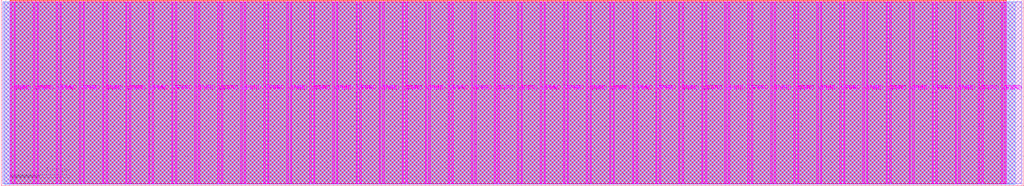
<source format=lef>
VERSION 5.7 ;
  NOWIREEXTENSIONATPIN ON ;
  DIVIDERCHAR "/" ;
  BUSBITCHARS "[]" ;
MACRO tt_um_corey
  CLASS BLOCK ;
  FOREIGN tt_um_corey ;
  ORIGIN 0.000 0.000 ;
  SIZE 1724.160 BY 313.740 ;
  PIN VGND
    DIRECTION INOUT ;
    USE GROUND ;
    PORT
      LAYER TopMetal1 ;
        RECT 21.580 3.150 23.780 310.180 ;
    END
    PORT
      LAYER TopMetal1 ;
        RECT 60.450 3.150 62.650 310.180 ;
    END
    PORT
      LAYER TopMetal1 ;
        RECT 99.320 3.150 101.520 310.180 ;
    END
    PORT
      LAYER TopMetal1 ;
        RECT 138.190 3.150 140.390 310.180 ;
    END
    PORT
      LAYER TopMetal1 ;
        RECT 177.060 3.150 179.260 310.180 ;
    END
    PORT
      LAYER TopMetal1 ;
        RECT 215.930 3.150 218.130 310.180 ;
    END
    PORT
      LAYER TopMetal1 ;
        RECT 254.800 3.150 257.000 310.180 ;
    END
    PORT
      LAYER TopMetal1 ;
        RECT 293.670 3.150 295.870 310.180 ;
    END
    PORT
      LAYER TopMetal1 ;
        RECT 332.540 3.150 334.740 310.180 ;
    END
    PORT
      LAYER TopMetal1 ;
        RECT 371.410 3.150 373.610 310.180 ;
    END
    PORT
      LAYER TopMetal1 ;
        RECT 410.280 3.150 412.480 310.180 ;
    END
    PORT
      LAYER TopMetal1 ;
        RECT 449.150 3.150 451.350 310.180 ;
    END
    PORT
      LAYER TopMetal1 ;
        RECT 488.020 3.150 490.220 310.180 ;
    END
    PORT
      LAYER TopMetal1 ;
        RECT 526.890 3.150 529.090 310.180 ;
    END
    PORT
      LAYER TopMetal1 ;
        RECT 565.760 3.150 567.960 310.180 ;
    END
    PORT
      LAYER TopMetal1 ;
        RECT 604.630 3.150 606.830 310.180 ;
    END
    PORT
      LAYER TopMetal1 ;
        RECT 643.500 3.150 645.700 310.180 ;
    END
    PORT
      LAYER TopMetal1 ;
        RECT 682.370 3.150 684.570 310.180 ;
    END
    PORT
      LAYER TopMetal1 ;
        RECT 721.240 3.150 723.440 310.180 ;
    END
    PORT
      LAYER TopMetal1 ;
        RECT 760.110 3.150 762.310 310.180 ;
    END
    PORT
      LAYER TopMetal1 ;
        RECT 798.980 3.150 801.180 310.180 ;
    END
    PORT
      LAYER TopMetal1 ;
        RECT 837.850 3.150 840.050 310.180 ;
    END
    PORT
      LAYER TopMetal1 ;
        RECT 876.720 3.150 878.920 310.180 ;
    END
    PORT
      LAYER TopMetal1 ;
        RECT 915.590 3.150 917.790 310.180 ;
    END
    PORT
      LAYER TopMetal1 ;
        RECT 954.460 3.150 956.660 310.180 ;
    END
    PORT
      LAYER TopMetal1 ;
        RECT 993.330 3.150 995.530 310.180 ;
    END
    PORT
      LAYER TopMetal1 ;
        RECT 1032.200 3.150 1034.400 310.180 ;
    END
    PORT
      LAYER TopMetal1 ;
        RECT 1071.070 3.150 1073.270 310.180 ;
    END
    PORT
      LAYER TopMetal1 ;
        RECT 1109.940 3.150 1112.140 310.180 ;
    END
    PORT
      LAYER TopMetal1 ;
        RECT 1148.810 3.150 1151.010 310.180 ;
    END
    PORT
      LAYER TopMetal1 ;
        RECT 1187.680 3.150 1189.880 310.180 ;
    END
    PORT
      LAYER TopMetal1 ;
        RECT 1226.550 3.150 1228.750 310.180 ;
    END
    PORT
      LAYER TopMetal1 ;
        RECT 1265.420 3.150 1267.620 310.180 ;
    END
    PORT
      LAYER TopMetal1 ;
        RECT 1304.290 3.150 1306.490 310.180 ;
    END
    PORT
      LAYER TopMetal1 ;
        RECT 1343.160 3.150 1345.360 310.180 ;
    END
    PORT
      LAYER TopMetal1 ;
        RECT 1382.030 3.150 1384.230 310.180 ;
    END
    PORT
      LAYER TopMetal1 ;
        RECT 1420.900 3.150 1423.100 310.180 ;
    END
    PORT
      LAYER TopMetal1 ;
        RECT 1459.770 3.150 1461.970 310.180 ;
    END
    PORT
      LAYER TopMetal1 ;
        RECT 1498.640 3.150 1500.840 310.180 ;
    END
    PORT
      LAYER TopMetal1 ;
        RECT 1537.510 3.150 1539.710 310.180 ;
    END
    PORT
      LAYER TopMetal1 ;
        RECT 1576.380 3.150 1578.580 310.180 ;
    END
    PORT
      LAYER TopMetal1 ;
        RECT 1615.250 3.150 1617.450 310.180 ;
    END
    PORT
      LAYER TopMetal1 ;
        RECT 1654.120 3.150 1656.320 310.180 ;
    END
    PORT
      LAYER TopMetal1 ;
        RECT 1692.990 3.150 1695.190 310.180 ;
    END
  END VGND
  PIN VPWR
    DIRECTION INOUT ;
    USE POWER ;
    PORT
      LAYER TopMetal1 ;
        RECT 15.380 3.560 17.580 310.590 ;
    END
    PORT
      LAYER TopMetal1 ;
        RECT 54.250 3.560 56.450 310.590 ;
    END
    PORT
      LAYER TopMetal1 ;
        RECT 93.120 3.560 95.320 310.590 ;
    END
    PORT
      LAYER TopMetal1 ;
        RECT 131.990 3.560 134.190 310.590 ;
    END
    PORT
      LAYER TopMetal1 ;
        RECT 170.860 3.560 173.060 310.590 ;
    END
    PORT
      LAYER TopMetal1 ;
        RECT 209.730 3.560 211.930 310.590 ;
    END
    PORT
      LAYER TopMetal1 ;
        RECT 248.600 3.560 250.800 310.590 ;
    END
    PORT
      LAYER TopMetal1 ;
        RECT 287.470 3.560 289.670 310.590 ;
    END
    PORT
      LAYER TopMetal1 ;
        RECT 326.340 3.560 328.540 310.590 ;
    END
    PORT
      LAYER TopMetal1 ;
        RECT 365.210 3.560 367.410 310.590 ;
    END
    PORT
      LAYER TopMetal1 ;
        RECT 404.080 3.560 406.280 310.590 ;
    END
    PORT
      LAYER TopMetal1 ;
        RECT 442.950 3.560 445.150 310.590 ;
    END
    PORT
      LAYER TopMetal1 ;
        RECT 481.820 3.560 484.020 310.590 ;
    END
    PORT
      LAYER TopMetal1 ;
        RECT 520.690 3.560 522.890 310.590 ;
    END
    PORT
      LAYER TopMetal1 ;
        RECT 559.560 3.560 561.760 310.590 ;
    END
    PORT
      LAYER TopMetal1 ;
        RECT 598.430 3.560 600.630 310.590 ;
    END
    PORT
      LAYER TopMetal1 ;
        RECT 637.300 3.560 639.500 310.590 ;
    END
    PORT
      LAYER TopMetal1 ;
        RECT 676.170 3.560 678.370 310.590 ;
    END
    PORT
      LAYER TopMetal1 ;
        RECT 715.040 3.560 717.240 310.590 ;
    END
    PORT
      LAYER TopMetal1 ;
        RECT 753.910 3.560 756.110 310.590 ;
    END
    PORT
      LAYER TopMetal1 ;
        RECT 792.780 3.560 794.980 310.590 ;
    END
    PORT
      LAYER TopMetal1 ;
        RECT 831.650 3.560 833.850 310.590 ;
    END
    PORT
      LAYER TopMetal1 ;
        RECT 870.520 3.560 872.720 310.590 ;
    END
    PORT
      LAYER TopMetal1 ;
        RECT 909.390 3.560 911.590 310.590 ;
    END
    PORT
      LAYER TopMetal1 ;
        RECT 948.260 3.560 950.460 310.590 ;
    END
    PORT
      LAYER TopMetal1 ;
        RECT 987.130 3.560 989.330 310.590 ;
    END
    PORT
      LAYER TopMetal1 ;
        RECT 1026.000 3.560 1028.200 310.590 ;
    END
    PORT
      LAYER TopMetal1 ;
        RECT 1064.870 3.560 1067.070 310.590 ;
    END
    PORT
      LAYER TopMetal1 ;
        RECT 1103.740 3.560 1105.940 310.590 ;
    END
    PORT
      LAYER TopMetal1 ;
        RECT 1142.610 3.560 1144.810 310.590 ;
    END
    PORT
      LAYER TopMetal1 ;
        RECT 1181.480 3.560 1183.680 310.590 ;
    END
    PORT
      LAYER TopMetal1 ;
        RECT 1220.350 3.560 1222.550 310.590 ;
    END
    PORT
      LAYER TopMetal1 ;
        RECT 1259.220 3.560 1261.420 310.590 ;
    END
    PORT
      LAYER TopMetal1 ;
        RECT 1298.090 3.560 1300.290 310.590 ;
    END
    PORT
      LAYER TopMetal1 ;
        RECT 1336.960 3.560 1339.160 310.590 ;
    END
    PORT
      LAYER TopMetal1 ;
        RECT 1375.830 3.560 1378.030 310.590 ;
    END
    PORT
      LAYER TopMetal1 ;
        RECT 1414.700 3.560 1416.900 310.590 ;
    END
    PORT
      LAYER TopMetal1 ;
        RECT 1453.570 3.560 1455.770 310.590 ;
    END
    PORT
      LAYER TopMetal1 ;
        RECT 1492.440 3.560 1494.640 310.590 ;
    END
    PORT
      LAYER TopMetal1 ;
        RECT 1531.310 3.560 1533.510 310.590 ;
    END
    PORT
      LAYER TopMetal1 ;
        RECT 1570.180 3.560 1572.380 310.590 ;
    END
    PORT
      LAYER TopMetal1 ;
        RECT 1609.050 3.560 1611.250 310.590 ;
    END
    PORT
      LAYER TopMetal1 ;
        RECT 1647.920 3.560 1650.120 310.590 ;
    END
    PORT
      LAYER TopMetal1 ;
        RECT 1686.790 3.560 1688.990 310.590 ;
    END
  END VPWR
  PIN clk
    DIRECTION INPUT ;
    USE SIGNAL ;
    ANTENNAGATEAREA 1.333800 ;
    ANTENNADIFFAREA 2.015400 ;
    PORT
      LAYER Metal4 ;
        RECT 187.050 312.740 187.350 313.740 ;
    END
  END clk
  PIN ena
    DIRECTION INPUT ;
    USE SIGNAL ;
    PORT
      LAYER Metal4 ;
        RECT 190.890 312.740 191.190 313.740 ;
    END
  END ena
  PIN rst_n
    DIRECTION INPUT ;
    USE SIGNAL ;
    ANTENNAGATEAREA 2.176200 ;
    PORT
      LAYER Metal4 ;
        RECT 183.210 312.740 183.510 313.740 ;
    END
  END rst_n
  PIN ui_in[0]
    DIRECTION INPUT ;
    USE SIGNAL ;
    ANTENNAGATEAREA 0.180700 ;
    PORT
      LAYER Metal4 ;
        RECT 179.370 312.740 179.670 313.740 ;
    END
  END ui_in[0]
  PIN ui_in[1]
    DIRECTION INPUT ;
    USE SIGNAL ;
    ANTENNAGATEAREA 0.180700 ;
    PORT
      LAYER Metal4 ;
        RECT 175.530 312.740 175.830 313.740 ;
    END
  END ui_in[1]
  PIN ui_in[2]
    DIRECTION INPUT ;
    USE SIGNAL ;
    ANTENNAGATEAREA 0.180700 ;
    PORT
      LAYER Metal4 ;
        RECT 171.690 312.740 171.990 313.740 ;
    END
  END ui_in[2]
  PIN ui_in[3]
    DIRECTION INPUT ;
    USE SIGNAL ;
    ANTENNAGATEAREA 0.180700 ;
    PORT
      LAYER Metal4 ;
        RECT 167.850 312.740 168.150 313.740 ;
    END
  END ui_in[3]
  PIN ui_in[4]
    DIRECTION INPUT ;
    USE SIGNAL ;
    ANTENNAGATEAREA 0.180700 ;
    PORT
      LAYER Metal4 ;
        RECT 164.010 312.740 164.310 313.740 ;
    END
  END ui_in[4]
  PIN ui_in[5]
    DIRECTION INPUT ;
    USE SIGNAL ;
    ANTENNAGATEAREA 0.180700 ;
    PORT
      LAYER Metal4 ;
        RECT 160.170 312.740 160.470 313.740 ;
    END
  END ui_in[5]
  PIN ui_in[6]
    DIRECTION INPUT ;
    USE SIGNAL ;
    ANTENNAGATEAREA 0.180700 ;
    PORT
      LAYER Metal4 ;
        RECT 156.330 312.740 156.630 313.740 ;
    END
  END ui_in[6]
  PIN ui_in[7]
    DIRECTION INPUT ;
    USE SIGNAL ;
    ANTENNAGATEAREA 0.180700 ;
    PORT
      LAYER Metal4 ;
        RECT 152.490 312.740 152.790 313.740 ;
    END
  END ui_in[7]
  PIN uio_in[0]
    DIRECTION INPUT ;
    USE SIGNAL ;
    PORT
      LAYER Metal4 ;
        RECT 148.650 312.740 148.950 313.740 ;
    END
  END uio_in[0]
  PIN uio_in[1]
    DIRECTION INPUT ;
    USE SIGNAL ;
    PORT
      LAYER Metal4 ;
        RECT 144.810 312.740 145.110 313.740 ;
    END
  END uio_in[1]
  PIN uio_in[2]
    DIRECTION INPUT ;
    USE SIGNAL ;
    ANTENNAGATEAREA 0.180700 ;
    PORT
      LAYER Metal4 ;
        RECT 140.970 312.740 141.270 313.740 ;
    END
  END uio_in[2]
  PIN uio_in[3]
    DIRECTION INPUT ;
    USE SIGNAL ;
    ANTENNAGATEAREA 0.180700 ;
    PORT
      LAYER Metal4 ;
        RECT 137.130 312.740 137.430 313.740 ;
    END
  END uio_in[3]
  PIN uio_in[4]
    DIRECTION INPUT ;
    USE SIGNAL ;
    PORT
      LAYER Metal4 ;
        RECT 133.290 312.740 133.590 313.740 ;
    END
  END uio_in[4]
  PIN uio_in[5]
    DIRECTION INPUT ;
    USE SIGNAL ;
    PORT
      LAYER Metal4 ;
        RECT 129.450 312.740 129.750 313.740 ;
    END
  END uio_in[5]
  PIN uio_in[6]
    DIRECTION INPUT ;
    USE SIGNAL ;
    PORT
      LAYER Metal4 ;
        RECT 125.610 312.740 125.910 313.740 ;
    END
  END uio_in[6]
  PIN uio_in[7]
    DIRECTION INPUT ;
    USE SIGNAL ;
    PORT
      LAYER Metal4 ;
        RECT 121.770 312.740 122.070 313.740 ;
    END
  END uio_in[7]
  PIN uio_oe[0]
    DIRECTION OUTPUT ;
    USE SIGNAL ;
    ANTENNADIFFAREA 0.392700 ;
    PORT
      LAYER Metal4 ;
        RECT 56.490 312.740 56.790 313.740 ;
    END
  END uio_oe[0]
  PIN uio_oe[1]
    DIRECTION OUTPUT ;
    USE SIGNAL ;
    ANTENNADIFFAREA 0.392700 ;
    PORT
      LAYER Metal4 ;
        RECT 52.650 312.740 52.950 313.740 ;
    END
  END uio_oe[1]
  PIN uio_oe[2]
    DIRECTION OUTPUT ;
    USE SIGNAL ;
    ANTENNADIFFAREA 0.299200 ;
    PORT
      LAYER Metal4 ;
        RECT 48.810 312.740 49.110 313.740 ;
    END
  END uio_oe[2]
  PIN uio_oe[3]
    DIRECTION OUTPUT ;
    USE SIGNAL ;
    ANTENNADIFFAREA 0.299200 ;
    PORT
      LAYER Metal4 ;
        RECT 44.970 312.740 45.270 313.740 ;
    END
  END uio_oe[3]
  PIN uio_oe[4]
    DIRECTION OUTPUT ;
    USE SIGNAL ;
    ANTENNADIFFAREA 0.299200 ;
    PORT
      LAYER Metal4 ;
        RECT 41.130 312.740 41.430 313.740 ;
    END
  END uio_oe[4]
  PIN uio_oe[5]
    DIRECTION OUTPUT ;
    USE SIGNAL ;
    ANTENNADIFFAREA 0.299200 ;
    PORT
      LAYER Metal4 ;
        RECT 37.290 312.740 37.590 313.740 ;
    END
  END uio_oe[5]
  PIN uio_oe[6]
    DIRECTION OUTPUT ;
    USE SIGNAL ;
    ANTENNADIFFAREA 0.299200 ;
    PORT
      LAYER Metal4 ;
        RECT 33.450 312.740 33.750 313.740 ;
    END
  END uio_oe[6]
  PIN uio_oe[7]
    DIRECTION OUTPUT ;
    USE SIGNAL ;
    ANTENNADIFFAREA 0.299200 ;
    PORT
      LAYER Metal4 ;
        RECT 29.610 312.740 29.910 313.740 ;
    END
  END uio_oe[7]
  PIN uio_out[0]
    DIRECTION OUTPUT ;
    USE SIGNAL ;
    ANTENNADIFFAREA 0.708600 ;
    PORT
      LAYER Metal4 ;
        RECT 87.210 312.740 87.510 313.740 ;
    END
  END uio_out[0]
  PIN uio_out[1]
    DIRECTION OUTPUT ;
    USE SIGNAL ;
    ANTENNAGATEAREA 0.241800 ;
    ANTENNADIFFAREA 0.706800 ;
    PORT
      LAYER Metal4 ;
        RECT 83.370 312.740 83.670 313.740 ;
    END
  END uio_out[1]
  PIN uio_out[2]
    DIRECTION OUTPUT ;
    USE SIGNAL ;
    ANTENNADIFFAREA 0.299200 ;
    PORT
      LAYER Metal4 ;
        RECT 79.530 312.740 79.830 313.740 ;
    END
  END uio_out[2]
  PIN uio_out[3]
    DIRECTION OUTPUT ;
    USE SIGNAL ;
    ANTENNADIFFAREA 0.299200 ;
    PORT
      LAYER Metal4 ;
        RECT 75.690 312.740 75.990 313.740 ;
    END
  END uio_out[3]
  PIN uio_out[4]
    DIRECTION OUTPUT ;
    USE SIGNAL ;
    ANTENNADIFFAREA 0.299200 ;
    PORT
      LAYER Metal4 ;
        RECT 71.850 312.740 72.150 313.740 ;
    END
  END uio_out[4]
  PIN uio_out[5]
    DIRECTION OUTPUT ;
    USE SIGNAL ;
    ANTENNADIFFAREA 0.299200 ;
    PORT
      LAYER Metal4 ;
        RECT 68.010 312.740 68.310 313.740 ;
    END
  END uio_out[5]
  PIN uio_out[6]
    DIRECTION OUTPUT ;
    USE SIGNAL ;
    ANTENNADIFFAREA 0.299200 ;
    PORT
      LAYER Metal4 ;
        RECT 64.170 312.740 64.470 313.740 ;
    END
  END uio_out[6]
  PIN uio_out[7]
    DIRECTION OUTPUT ;
    USE SIGNAL ;
    ANTENNADIFFAREA 0.299200 ;
    PORT
      LAYER Metal4 ;
        RECT 60.330 312.740 60.630 313.740 ;
    END
  END uio_out[7]
  PIN uo_out[0]
    DIRECTION OUTPUT ;
    USE SIGNAL ;
    ANTENNADIFFAREA 0.708600 ;
    PORT
      LAYER Metal4 ;
        RECT 117.930 312.740 118.230 313.740 ;
    END
  END uo_out[0]
  PIN uo_out[1]
    DIRECTION OUTPUT ;
    USE SIGNAL ;
    ANTENNADIFFAREA 0.708600 ;
    PORT
      LAYER Metal4 ;
        RECT 114.090 312.740 114.390 313.740 ;
    END
  END uo_out[1]
  PIN uo_out[2]
    DIRECTION OUTPUT ;
    USE SIGNAL ;
    ANTENNADIFFAREA 0.708600 ;
    PORT
      LAYER Metal4 ;
        RECT 110.250 312.740 110.550 313.740 ;
    END
  END uo_out[2]
  PIN uo_out[3]
    DIRECTION OUTPUT ;
    USE SIGNAL ;
    ANTENNADIFFAREA 0.708600 ;
    PORT
      LAYER Metal4 ;
        RECT 106.410 312.740 106.710 313.740 ;
    END
  END uo_out[3]
  PIN uo_out[4]
    DIRECTION OUTPUT ;
    USE SIGNAL ;
    ANTENNADIFFAREA 0.708600 ;
    PORT
      LAYER Metal4 ;
        RECT 102.570 312.740 102.870 313.740 ;
    END
  END uo_out[4]
  PIN uo_out[5]
    DIRECTION OUTPUT ;
    USE SIGNAL ;
    ANTENNADIFFAREA 0.708600 ;
    PORT
      LAYER Metal4 ;
        RECT 98.730 312.740 99.030 313.740 ;
    END
  END uo_out[5]
  PIN uo_out[6]
    DIRECTION OUTPUT ;
    USE SIGNAL ;
    ANTENNADIFFAREA 0.708600 ;
    PORT
      LAYER Metal4 ;
        RECT 94.890 312.740 95.190 313.740 ;
    END
  END uo_out[6]
  PIN uo_out[7]
    DIRECTION OUTPUT ;
    USE SIGNAL ;
    ANTENNADIFFAREA 0.708600 ;
    PORT
      LAYER Metal4 ;
        RECT 91.050 312.740 91.350 313.740 ;
    END
  END uo_out[7]
  OBS
      LAYER GatPoly ;
        RECT 2.880 3.630 1721.280 310.110 ;
      LAYER Metal1 ;
        RECT 2.880 3.560 1721.280 310.180 ;
      LAYER Metal2 ;
        RECT 5.175 2.375 1710.345 310.105 ;
      LAYER Metal3 ;
        RECT 5.135 2.420 1710.385 310.060 ;
      LAYER Metal4 ;
        RECT 15.560 312.530 29.400 313.000 ;
        RECT 30.120 312.530 33.240 313.000 ;
        RECT 33.960 312.530 37.080 313.000 ;
        RECT 37.800 312.530 40.920 313.000 ;
        RECT 41.640 312.530 44.760 313.000 ;
        RECT 45.480 312.530 48.600 313.000 ;
        RECT 49.320 312.530 52.440 313.000 ;
        RECT 53.160 312.530 56.280 313.000 ;
        RECT 57.000 312.530 60.120 313.000 ;
        RECT 60.840 312.530 63.960 313.000 ;
        RECT 64.680 312.530 67.800 313.000 ;
        RECT 68.520 312.530 71.640 313.000 ;
        RECT 72.360 312.530 75.480 313.000 ;
        RECT 76.200 312.530 79.320 313.000 ;
        RECT 80.040 312.530 83.160 313.000 ;
        RECT 83.880 312.530 87.000 313.000 ;
        RECT 87.720 312.530 90.840 313.000 ;
        RECT 91.560 312.530 94.680 313.000 ;
        RECT 95.400 312.530 98.520 313.000 ;
        RECT 99.240 312.530 102.360 313.000 ;
        RECT 103.080 312.530 106.200 313.000 ;
        RECT 106.920 312.530 110.040 313.000 ;
        RECT 110.760 312.530 113.880 313.000 ;
        RECT 114.600 312.530 117.720 313.000 ;
        RECT 118.440 312.530 121.560 313.000 ;
        RECT 122.280 312.530 125.400 313.000 ;
        RECT 126.120 312.530 129.240 313.000 ;
        RECT 129.960 312.530 133.080 313.000 ;
        RECT 133.800 312.530 136.920 313.000 ;
        RECT 137.640 312.530 140.760 313.000 ;
        RECT 141.480 312.530 144.600 313.000 ;
        RECT 145.320 312.530 148.440 313.000 ;
        RECT 149.160 312.530 152.280 313.000 ;
        RECT 153.000 312.530 156.120 313.000 ;
        RECT 156.840 312.530 159.960 313.000 ;
        RECT 160.680 312.530 163.800 313.000 ;
        RECT 164.520 312.530 167.640 313.000 ;
        RECT 168.360 312.530 171.480 313.000 ;
        RECT 172.200 312.530 175.320 313.000 ;
        RECT 176.040 312.530 179.160 313.000 ;
        RECT 179.880 312.530 183.000 313.000 ;
        RECT 183.720 312.530 186.840 313.000 ;
        RECT 187.560 312.530 190.680 313.000 ;
        RECT 191.400 312.530 1695.010 313.000 ;
        RECT 15.560 3.635 1695.010 312.530 ;
      LAYER Metal5 ;
        RECT 15.515 3.470 1695.055 310.270 ;
  END
END tt_um_corey
END LIBRARY


</source>
